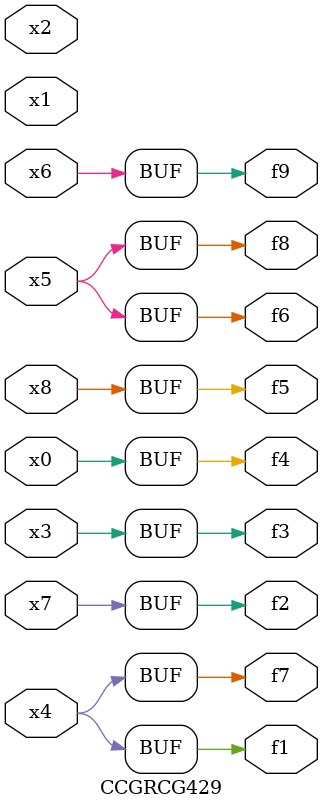
<source format=v>
module CCGRCG429(
	input x0, x1, x2, x3, x4, x5, x6, x7, x8,
	output f1, f2, f3, f4, f5, f6, f7, f8, f9
);
	assign f1 = x4;
	assign f2 = x7;
	assign f3 = x3;
	assign f4 = x0;
	assign f5 = x8;
	assign f6 = x5;
	assign f7 = x4;
	assign f8 = x5;
	assign f9 = x6;
endmodule

</source>
